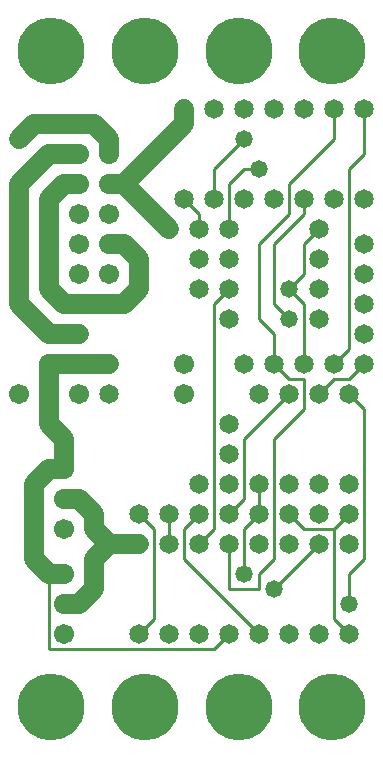
<source format=gtl>
%MOIN*%
%FSLAX25Y25*%
G04 D10 used for Character Trace; *
G04     Circle (OD=.01000) (No hole)*
G04 D11 used for Power Trace; *
G04     Circle (OD=.06500) (No hole)*
G04 D12 used for Signal Trace; *
G04     Circle (OD=.01100) (No hole)*
G04 D13 used for Via; *
G04     Circle (OD=.05800) (Round. Hole ID=.02800)*
G04 D14 used for Component hole; *
G04     Circle (OD=.06500) (Round. Hole ID=.03500)*
G04 D15 used for Component hole; *
G04     Circle (OD=.06700) (Round. Hole ID=.04300)*
G04 D16 used for Component hole; *
G04     Circle (OD=.08100) (Round. Hole ID=.05100)*
G04 D17 used for Component hole; *
G04     Circle (OD=.08900) (Round. Hole ID=.05900)*
G04 D18 used for Component hole; *
G04     Circle (OD=.11300) (Round. Hole ID=.08300)*
G04 D19 used for Component hole; *
G04     Circle (OD=.16000) (Round. Hole ID=.13000)*
G04 D20 used for Component hole; *
G04     Circle (OD=.18300) (Round. Hole ID=.15300)*
G04 D21 used for Component hole; *
G04     Circle (OD=.22291) (Round. Hole ID=.19291)*
%ADD10C,.01000*%
%ADD11C,.06500*%
%ADD12C,.01100*%
%ADD13C,.05800*%
%ADD14C,.06500*%
%ADD15C,.06700*%
%ADD16C,.08100*%
%ADD17C,.08900*%
%ADD18C,.11300*%
%ADD19C,.16000*%
%ADD20C,.18300*%
%ADD21C,.22291*%
%IPPOS*%
%LPD*%
G90*X0Y0D02*D21*X15625Y15625D03*D12*              
X15000Y35000D02*X70000D01*X75000Y40000D01*D14*D03*
X85000D03*D12*X60000Y65000D01*Y75000D01*          
X65000Y80000D01*D14*D03*D12*Y70000D02*            
X70000Y75000D01*D14*X65000Y70000D03*D12*          
X70000Y75000D02*Y150000D01*X75000Y155000D01*D14*  
D03*D12*X90000Y140000D02*X85000Y145000D01*        
X90000Y130000D02*Y140000D01*D14*Y130000D03*D12*   
X95000Y125000D01*X100000D01*Y115000D01*           
X90000Y105000D01*Y65000D01*X85000Y60000D01*       
Y55000D01*X75000D01*Y70000D01*D14*D03*D12*        
X80000Y60000D02*Y75000D01*D13*Y60000D03*          
X90000Y55000D03*D12*X105000Y70000D01*D14*D03*D12* 
X110000Y45000D02*Y75000D01*X115000Y40000D02*      
X110000Y45000D01*D14*X115000Y40000D03*D13*        
Y50000D03*D12*Y60000D01*X120000Y65000D01*         
Y115000D01*X115000Y120000D01*D14*D03*D12*         
X105000D02*X110000Y125000D01*D14*                 
X105000Y120000D03*D12*X110000Y125000D02*          
X115000D01*X120000Y130000D01*D14*D03*D12*         
X110000D02*X115000Y135000D01*D14*                 
X110000Y130000D03*D12*X115000Y135000D02*          
Y195000D01*X120000Y200000D01*Y215000D01*D14*D03*  
D12*X95000Y190000D02*X110000Y205000D01*           
X95000Y180000D02*Y190000D01*X85000Y170000D02*     
X95000Y180000D01*X85000Y145000D02*Y170000D01*     
X95000Y145000D02*X90000Y150000D01*D13*            
X95000Y145000D03*D12*X100000Y130000D02*Y150000D01*
D14*Y130000D03*X95000Y120000D03*D12*              
X80000Y105000D01*Y85000D01*X75000Y80000D01*D14*   
D03*D12*X80000Y75000D02*X85000Y80000D01*D14*D03*  
D12*Y90000D01*D14*D03*X95000Y80000D03*D12*        
X100000Y75000D01*X110000D01*X115000Y80000D01*D14* 
D03*X105000Y90000D03*X115000D03*X105000Y80000D03* 
X115000Y70000D03*X95000Y90000D03*Y70000D03*       
X85000D03*X75000Y110000D03*Y100000D03*            
X95000Y40000D03*X75000Y90000D03*X105000Y40000D03* 
X85000Y120000D03*X65000Y90000D03*X80000Y130000D03*
X65000Y40000D03*D15*X60000Y130000D03*Y120000D03*  
D14*X120000Y140000D03*X55000Y80000D03*D12*        
Y70000D01*D14*D03*D12*X50000Y45000D02*Y75000D01*  
X45000Y40000D02*X50000Y45000D01*D14*              
X45000Y40000D03*X55000D03*D11*X25000Y50000D02*    
X30000Y55000D01*X20000Y50000D02*X25000D01*D15*    
X20000D03*Y60000D03*D11*X15000D01*D12*Y35000D01*  
D15*X20000Y40000D03*D11*X30000Y55000D02*Y65000D01*
X35000Y70000D01*X45000D01*D14*D03*D12*            
X50000Y75000D02*X45000Y80000D01*D14*D03*D11*      
X35000Y70000D02*X30000Y75000D01*Y80000D01*        
X25000Y85000D01*X20000D01*D15*D03*D11*            
X10000Y65000D02*Y90000D01*X15000Y60000D02*        
X10000Y65000D01*D15*X20000Y75000D03*D11*          
X10000Y90000D02*X15000Y95000D01*X20000D01*D15*D03*
D11*Y105000D01*X15000Y110000D01*Y130000D01*D15*   
D03*D11*X35000D01*D14*D03*D13*X25000Y140000D03*   
D11*X15000D01*X5000Y150000D01*Y190000D01*         
X15000Y200000D01*X25000D01*D15*D03*               
X35000Y190000D03*D11*X40000D01*X55000Y175000D01*  
D14*D03*X65000Y165000D03*D11*X45000Y155000D02*    
Y165000D01*X40000Y150000D02*X45000Y155000D01*     
X20000Y150000D02*X40000D01*X20000D02*             
X15000Y155000D01*Y185000D01*X20000Y190000D01*     
X25000D01*D15*D03*X35000Y180000D03*Y200000D03*D11*
Y205000D01*X30000Y210000D01*X10000D01*            
X5000Y205000D01*D13*D03*D15*X25000Y180000D03*D21* 
X15625Y234375D03*D11*X45000Y165000D02*            
X40000Y170000D01*X35000D01*D15*D03*               
X25000Y160000D03*Y170000D03*X35000Y160000D03*D11* 
X40000Y190000D02*X60000Y210000D01*Y215000D01*D14* 
D03*X70000D03*D12*X75000Y190000D02*               
X80000Y195000D01*X75000Y175000D02*Y190000D01*D14* 
Y175000D03*X80000Y185000D03*D12*X65000Y175000D02* 
Y180000D01*D14*Y175000D03*D12*Y180000D02*         
X60000Y185000D01*D14*D03*D12*X70000D02*Y195000D01*
D14*Y185000D03*D12*X80000Y195000D02*X85000D01*D13*
D03*X80000Y205000D03*D12*X70000Y195000D01*D14*    
X90000Y215000D03*Y185000D03*X80000Y215000D03*D12* 
X90000Y150000D02*Y170000D01*D13*X95000Y155000D03* 
D12*X100000Y150000D01*D14*X105000Y145000D03*      
Y155000D03*D12*X95000D02*X100000Y160000D01*       
Y170000D01*X105000Y175000D01*D14*D03*D12*         
X90000Y170000D02*X100000Y180000D01*Y185000D01*D14*
D03*X110000D03*X120000Y170000D03*D12*             
X110000Y205000D02*Y215000D01*D14*D03*X100000D03*  
D21*X109375Y234375D03*X78125D03*D14*              
X120000Y185000D03*X75000Y165000D03*X105000D03*    
X120000Y160000D03*X65000Y155000D03*D21*           
X46875Y234375D03*D14*X120000Y150000D03*           
X75000Y145000D03*D15*X25000Y120000D03*D14*        
X35000D03*D15*X5000D03*D21*X46875Y15625D03*       
X78125D03*X109375D03*M02*                         

</source>
